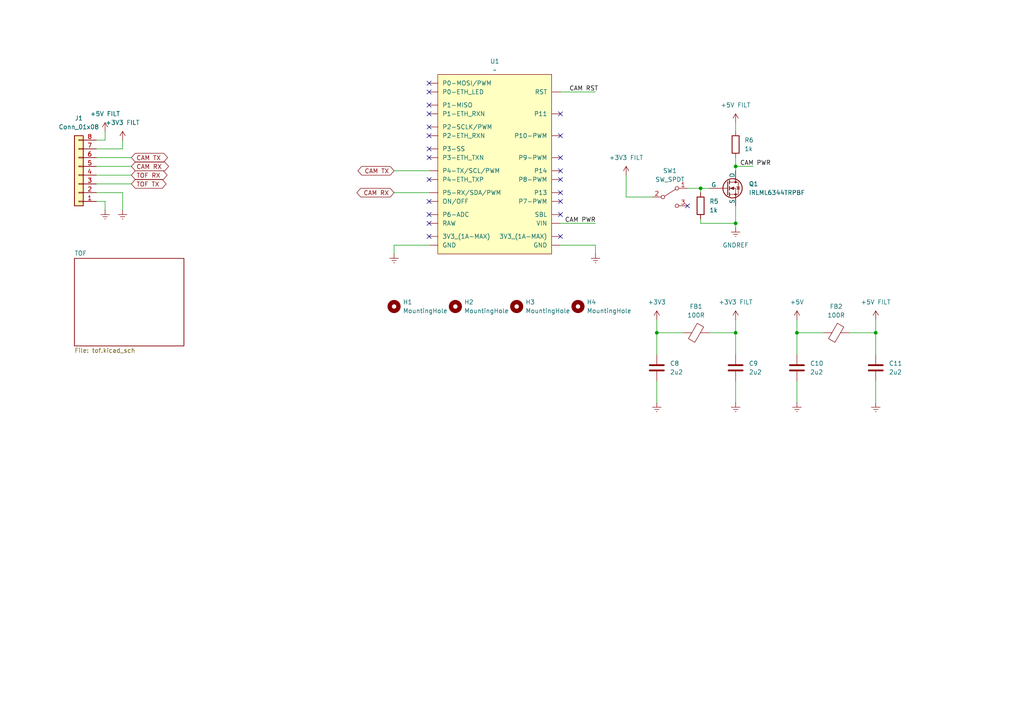
<source format=kicad_sch>
(kicad_sch (version 20231120) (generator "eeschema") (generator_version "8.0")
  (paper "A4")
  (lib_symbols
    (symbol "Connector_Generic:Conn_01x08" (pin_names (offset 1.016) hide)
      (property "Reference" "J" (at 0 10.16 0))
      (property "Value" "Conn_01x08" (at 0 -12.7 0))
      (symbol "Conn_01x08_1_1"
        (rectangle (start -1.27 -10.033) (end 0 -10.287) (stroke (width 0.1524)))
        (rectangle (start -1.27 -7.493) (end 0 -7.747) (stroke (width 0.1524)))
        (rectangle (start -1.27 -4.953) (end 0 -5.207) (stroke (width 0.1524)))
        (rectangle (start -1.27 -2.413) (end 0 -2.667) (stroke (width 0.1524)))
        (rectangle (start -1.27 0.127) (end 0 -0.127) (stroke (width 0.1524)))
        (rectangle (start -1.27 2.667) (end 0 2.413) (stroke (width 0.1524)))
        (rectangle (start -1.27 5.207) (end 0 4.953) (stroke (width 0.1524)))
        (rectangle (start -1.27 7.747) (end 0 7.493) (stroke (width 0.1524)))
        (rectangle (start -1.27 8.89) (end 1.27 -11.43) (stroke (width 0.254)) (fill (type background)))
        (pin passive line (at -5.08 7.62 0) (length 3.81) (name "Pin_1") (number "1"))
        (pin passive line (at -5.08 5.08 0) (length 3.81) (name "Pin_2") (number "2"))
        (pin passive line (at -5.08 2.54 0) (length 3.81) (name "Pin_3") (number "3"))
        (pin passive line (at -5.08 0 0) (length 3.81) (name "Pin_4") (number "4"))
        (pin passive line (at -5.08 -2.54 0) (length 3.81) (name "Pin_5") (number "5"))
        (pin passive line (at -5.08 -5.08 0) (length 3.81) (name "Pin_6") (number "6"))
        (pin passive line (at -5.08 -7.62 0) (length 3.81) (name "Pin_7") (number "7"))
        (pin passive line (at -5.08 -10.16 0) (length 3.81) (name "Pin_8") (number "8"))
      )
    )
    (symbol "Device:C" (pin_numbers hide) (pin_names (offset 0.254))
      (property "Reference" "C" (at 0.635 2.54 0))
      (property "Value" "C" (at 0.635 -2.54 0))
      (symbol "C_0_1"
        (polyline (pts (xy -2.032 -0.762) (xy 2.032 -0.762)) (stroke (width 0.508)))
        (polyline (pts (xy -2.032 0.762) (xy 2.032 0.762)) (stroke (width 0.508)))
      )
      (symbol "C_1_1"
        (pin passive line (at 0 3.81 270) (length 2.794) (name "~") (number "1"))
        (pin passive line (at 0 -3.81 90) (length 2.794) (name "~") (number "2"))
      )
    )
    (symbol "Device:FerriteBead" (pin_numbers hide) (pin_names (offset 0))
      (property "Reference" "FB" (at -3.81 0.635 90))
      (property "Value" "FerriteBead" (at 3.81 0 90))
      (symbol "FerriteBead_0_1"
        (polyline (pts (xy 0 -1.27) (xy 0 -1.2192)))
        (polyline (pts (xy 0 1.27) (xy 0 1.2954)))
        (polyline (pts (xy -2.7686 0.4064) (xy -1.7018 2.2606) (xy 2.7686 -0.3048) (xy 1.6764 -2.159) (xy -2.7686 0.4064)))
      )
      (symbol "FerriteBead_1_1"
        (pin passive line (at 0 3.81 270) (length 2.54) (name "~") (number "1"))
        (pin passive line (at 0 -3.81 90) (length 2.54) (name "~") (number "2"))
      )
    )
    (symbol "Device:R" (pin_numbers hide) (pin_names (offset 0))
      (property "Reference" "R" (at 2.032 0 90))
      (property "Value" "R" (at 0 0 90))
      (symbol "R_0_1"
        (rectangle (start -1.016 -2.54) (end 1.016 2.54) (stroke (width 0.254)))
      )
      (symbol "R_1_1"
        (pin passive line (at 0 3.81 270) (length 1.27) (name "~") (number "1"))
        (pin passive line (at 0 -3.81 90) (length 1.27) (name "~") (number "2"))
      )
    )
    (symbol "Library:IRLML6344TRPBF" (pin_numbers hide) (pin_names (offset 0))
      (property "Reference" "Q" (at 11.43 -2.54 0))
      (property "Value" "IRLML6344TRPBF" (at 11.43 -5.08 0))
      (symbol "IRLML6344TRPBF_0_1"
        (polyline (pts (xy 5.334 -5.08) (xy 2.54 -5.08)))
        (polyline (pts (xy 5.334 -3.175) (xy 5.334 -6.985)) (stroke (width 0.254)))
        (polyline (pts (xy 5.842 -6.35) (xy 5.842 -7.366)) (stroke (width 0.254)))
        (polyline (pts (xy 5.842 -4.572) (xy 5.842 -5.588)) (stroke (width 0.254)))
        (polyline (pts (xy 5.842 -2.794) (xy 5.842 -3.81)) (stroke (width 0.254)))
        (polyline (pts (xy 7.62 -2.54) (xy 7.62 -3.302)))
        (polyline (pts (xy 7.62 -7.62) (xy 7.62 -5.08) (xy 5.842 -5.08)))
        (polyline (pts (xy 5.842 -6.858) (xy 8.382 -6.858) (xy 8.382 -3.302) (xy 5.842 -3.302)))
        (polyline (pts (xy 6.096 -5.08) (xy 7.112 -4.699) (xy 7.112 -5.461) (xy 6.096 -5.08)) (fill (type outline)))
        (polyline (pts (xy 7.874 -4.572) (xy 8.001 -4.699) (xy 8.763 -4.699) (xy 8.89 -4.826)))
        (polyline (pts (xy 8.382 -4.699) (xy 8.001 -5.334) (xy 8.763 -5.334) (xy 8.382 -4.699)))
        (circle (center 6.731 -5.08) (radius 2.794) (stroke (width 0.254)))
        (circle (center 7.62 -6.858) (radius 0.254) (fill (type outline)))
        (circle (center 7.62 -3.302) (radius 0.254) (fill (type outline)))
      )
      (symbol "IRLML6344TRPBF_1_1"
        (pin input line (at 0 -5.08 0) (length 2.54) (name "G") (number "1"))
        (pin passive line (at 7.62 -10.16 90) (length 2.54) (name "S") (number "2"))
        (pin passive line (at 7.62 0 270) (length 2.54) (name "D") (number "3"))
      )
    )
    (symbol "Library:OpenMV_RT" (pin_numbers hide) (pin_names (offset 1.27)) (in_bom no)
      (property "Reference" "U" (at -15.24 1.27 0))
      (symbol "OpenMV_RT_0_0"
        (rectangle (start -16.51 0) (end 16.51 -52.07) (stroke (width 0.1524)) (fill (type background)))
      )
      (symbol "OpenMV_RT_1_1"
        (pin input line (at -19.05 -2.54 0) (length 2.54) (name "P0-MOSI/PWM") (number "0"))
        (pin input line (at -19.05 -5.08 0) (length 2.54) (name "P0-ETH_LED") (number "1"))
        (pin input line (at -19.05 -34.29 0) (length 2.54) (name "P5-RX/SDA/PWM") (number "10"))
        (pin input line (at -19.05 -36.83 0) (length 2.54) (name "ON/OFF") (number "11"))
        (pin input line (at -19.05 -40.64 0) (length 2.54) (name "P6-ADC") (number "12"))
        (pin input line (at -19.05 -43.18 0) (length 2.54) (name "RAW") (number "13"))
        (pin power_out line (at -19.05 -46.99 0) (length 2.54) (name "3V3_(1A-MAX)") (number "14"))
        (pin power_in line (at -19.05 -49.53 0) (length 2.54) (name "GND") (number "15"))
        (pin input line (at 19.05 -2.54 180) (length 2.54) hide (name "NC") (number "16"))
        (pin input line (at 19.05 -5.08 180) (length 2.54) (name "RST") (number "17"))
        (pin input line (at 19.05 -8.89 180) (length 2.54) hide (name "NC") (number "18"))
        (pin input line (at 19.05 -11.43 180) (length 2.54) (name "P11") (number "19"))
        (pin input line (at -19.05 -8.89 0) (length 2.54) (name "P1-MISO") (number "2"))
        (pin input line (at 19.05 -15.24 180) (length 2.54) hide (name "NC") (number "20"))
        (pin input line (at 19.05 -17.78 180) (length 2.54) (name "P10-PWM") (number "21"))
        (pin input line (at 19.05 -21.59 180) (length 2.54) hide (name "NC") (number "22"))
        (pin input line (at 19.05 -24.13 180) (length 2.54) (name "P9-PWM") (number "23"))
        (pin input line (at 19.05 -27.94 180) (length 2.54) (name "P14") (number "24"))
        (pin input line (at 19.05 -30.48 180) (length 2.54) (name "P8-PWM") (number "25"))
        (pin input line (at 19.05 -34.29 180) (length 2.54) (name "P13") (number "26"))
        (pin input line (at 19.05 -36.83 180) (length 2.54) (name "P7-PWM") (number "27"))
        (pin input line (at 19.05 -40.64 180) (length 2.54) (name "SBL") (number "28"))
        (pin power_in line (at 19.05 -43.18 180) (length 2.54) (name "VIN") (number "29"))
        (pin input line (at -19.05 -11.43 0) (length 2.54) (name "P1-ETH_RXN") (number "3"))
        (pin power_out line (at 19.05 -46.99 180) (length 2.54) (name "3V3_(1A-MAX)") (number "30"))
        (pin power_in line (at 19.05 -49.53 180) (length 2.54) (name "GND") (number "31"))
        (pin input line (at -19.05 -15.24 0) (length 2.54) (name "P2-SCLK/PWM") (number "4"))
        (pin input line (at -19.05 -17.78 0) (length 2.54) (name "P2-ETH_RXN") (number "5"))
        (pin input line (at -19.05 -21.59 0) (length 2.54) (name "P3-SS") (number "6"))
        (pin input line (at -19.05 -24.13 0) (length 2.54) (name "P3-ETH_TXN") (number "7"))
        (pin input line (at -19.05 -27.94 0) (length 2.54) (name "P4-TX/SCL/PWM") (number "8"))
        (pin input line (at -19.05 -30.48 0) (length 2.54) (name "P4-ETH_TXP") (number "9"))
      )
    )
    (symbol "Mechanical:MountingHole" (pin_names (offset 1.016))
      (property "Reference" "H" (at 0 5.08 0))
      (property "Value" "MountingHole" (at 0 3.175 0))
      (symbol "MountingHole_0_1"
        (circle (center 0 0) (radius 1.27) (stroke (width 1.27)))
      )
    )
    (symbol "Switch:SW_SPDT" (pin_names (offset 0) hide)
      (property "Reference" "SW" (at 0 4.318 0))
      (property "Value" "SW_SPDT" (at 0 -5.08 0))
      (symbol "SW_SPDT_0_0"
        (circle (center -2.032 0) (radius 0.508))
        (circle (center 2.032 -2.54) (radius 0.508))
      )
      (symbol "SW_SPDT_0_1"
        (polyline (pts (xy -1.524 0.254) (xy 1.651 2.286)))
        (circle (center 2.032 2.54) (radius 0.508))
      )
      (symbol "SW_SPDT_1_1"
        (pin passive line (at 5.08 2.54 180) (length 2.54) (name "A") (number "1"))
        (pin passive line (at -5.08 0 0) (length 2.54) (name "B") (number "2"))
        (pin passive line (at 5.08 -2.54 180) (length 2.54) (name "C") (number "3"))
      )
    )
    (symbol "power:+3V3" (power) (pin_numbers hide) (pin_names (offset 0) hide)
      (property "Value" "+3V3" (at 0 3.556 0))
      (symbol "+3V3_0_1"
        (polyline (pts (xy -0.762 1.27) (xy 0 2.54)))
        (polyline (pts (xy 0 0) (xy 0 2.54)))
        (polyline (pts (xy 0 2.54) (xy 0.762 1.27)))
      )
      (symbol "+3V3_1_1"
        (pin power_in line (at 0 0 90) (length 0) (name "~") (number "1"))
      )
    )
    (symbol "power:+5V" (power) (pin_names (offset 0))
      (property "Value" "+5V" (at 0 3.556 0))
      (symbol "+5V_0_1"
        (polyline (pts (xy -0.762 1.27) (xy 0 2.54)))
        (polyline (pts (xy 0 0) (xy 0 2.54)))
        (polyline (pts (xy 0 2.54) (xy 0.762 1.27)))
      )
      (symbol "+5V_1_1"
        (pin power_in line (at 0 0 90) (length 0) hide (name "+5V") (number "1"))
      )
    )
    (symbol "power:GNDREF" (power) (pin_numbers hide) (pin_names (offset 0) hide)
      (property "Value" "GNDREF" (at 0 -3.81 0))
      (symbol "GNDREF_0_1"
        (polyline (pts (xy -0.635 -1.905) (xy 0.635 -1.905)))
        (polyline (pts (xy -0.127 -2.54) (xy 0.127 -2.54)))
        (polyline (pts (xy 0 -1.27) (xy 0 0)))
        (polyline (pts (xy 1.27 -1.27) (xy -1.27 -1.27)))
      )
      (symbol "GNDREF_1_1"
        (pin power_in line (at 0 0 270) (length 0) (name "~") (number "1"))
      )
    )
  )
  (junction (at 231.14 96.52))
  (junction (at 254 96.52))
  (junction (at 213.36 48.26))
  (junction (at 213.36 64.77))
  (junction (at 190.5 96.52))
  (junction (at 203.2 54.61))
  (junction (at 213.36 96.52))
  (no_connect (at 124.46 62.23))
  (no_connect (at 162.56 62.23))
  (no_connect (at 124.46 64.77))
  (no_connect (at 162.56 45.72))
  (no_connect (at 124.46 24.13))
  (no_connect (at 124.46 36.83))
  (no_connect (at 124.46 30.48))
  (no_connect (at 124.46 26.67))
  (no_connect (at 124.46 43.18))
  (no_connect (at 162.56 49.53))
  (no_connect (at 162.56 33.02))
  (no_connect (at 162.56 55.88))
  (no_connect (at 124.46 45.72))
  (no_connect (at 199.39 59.69))
  (no_connect (at 124.46 52.07))
  (no_connect (at 124.46 58.42))
  (no_connect (at 124.46 39.37))
  (no_connect (at 162.56 68.58))
  (no_connect (at 162.56 58.42))
  (no_connect (at 162.56 52.07))
  (no_connect (at 162.56 39.37))
  (no_connect (at 124.46 68.58))
  (no_connect (at 124.46 33.02))
  (wire (pts (xy 162.56 64.77) (xy 172.72 64.77)))
  (wire (pts (xy 30.48 60.96) (xy 30.48 58.42)))
  (wire (pts (xy 181.61 50.8) (xy 181.61 57.15)))
  (wire (pts (xy 254 92.71) (xy 254 96.52)))
  (wire (pts (xy 213.36 59.69) (xy 213.36 64.77)))
  (wire (pts (xy 254 110.49) (xy 254 116.84)))
  (wire (pts (xy 30.48 38.1) (xy 30.48 40.64)))
  (wire (pts (xy 231.14 96.52) (xy 231.14 102.87)))
  (wire (pts (xy 213.36 35.56) (xy 213.36 38.1)))
  (wire (pts (xy 162.56 71.12) (xy 172.72 71.12)))
  (wire (pts (xy 203.2 64.77) (xy 203.2 63.5)))
  (wire (pts (xy 35.56 60.96) (xy 35.56 55.88)))
  (wire (pts (xy 190.5 110.49) (xy 190.5 116.84)))
  (wire (pts (xy 27.94 53.34) (xy 38.1 53.34)))
  (wire (pts (xy 27.94 55.88) (xy 35.56 55.88)))
  (wire (pts (xy 189.23 57.15) (xy 181.61 57.15)))
  (wire (pts (xy 213.36 48.26) (xy 218.44 48.26)))
  (wire (pts (xy 213.36 96.52) (xy 213.36 102.87)))
  (wire (pts (xy 35.56 40.64) (xy 35.56 43.18)))
  (wire (pts (xy 205.74 96.52) (xy 213.36 96.52)))
  (wire (pts (xy 231.14 92.71) (xy 231.14 96.52)))
  (wire (pts (xy 27.94 58.42) (xy 30.48 58.42)))
  (wire (pts (xy 199.39 54.61) (xy 203.2 54.61)))
  (wire (pts (xy 203.2 55.88) (xy 203.2 54.61)))
  (wire (pts (xy 27.94 45.72) (xy 38.1 45.72)))
  (wire (pts (xy 213.36 48.26) (xy 213.36 49.53)))
  (wire (pts (xy 213.36 110.49) (xy 213.36 116.84)))
  (wire (pts (xy 27.94 43.18) (xy 35.56 43.18)))
  (wire (pts (xy 231.14 96.52) (xy 238.76 96.52)))
  (wire (pts (xy 190.5 92.71) (xy 190.5 96.52)))
  (wire (pts (xy 124.46 55.88) (xy 114.3 55.88)))
  (wire (pts (xy 27.94 40.64) (xy 30.48 40.64)))
  (wire (pts (xy 203.2 54.61) (xy 205.74 54.61)))
  (wire (pts (xy 172.72 73.66) (xy 172.72 71.12)))
  (wire (pts (xy 213.36 92.71) (xy 213.36 96.52)))
  (wire (pts (xy 27.94 50.8) (xy 38.1 50.8)))
  (wire (pts (xy 254 96.52) (xy 254 102.87)))
  (wire (pts (xy 213.36 64.77) (xy 213.36 66.04)))
  (wire (pts (xy 114.3 73.66) (xy 114.3 71.12)))
  (wire (pts (xy 231.14 110.49) (xy 231.14 116.84)))
  (wire (pts (xy 213.36 64.77) (xy 203.2 64.77)))
  (wire (pts (xy 27.94 48.26) (xy 38.1 48.26)))
  (wire (pts (xy 213.36 45.72) (xy 213.36 48.26)))
  (wire (pts (xy 246.38 96.52) (xy 254 96.52)))
  (wire (pts (xy 162.56 26.67) (xy 172.72 26.67)))
  (wire (pts (xy 190.5 96.52) (xy 190.5 102.87)))
  (wire (pts (xy 124.46 71.12) (xy 114.3 71.12)))
  (wire (pts (xy 190.5 96.52) (xy 198.12 96.52)))
  (wire (pts (xy 124.46 49.53) (xy 114.3 49.53)))
  (label "CAM PWR" (at 163.83 64.77 0))
  (label "CAM PWR" (at 214.63 48.26 0))
  (label "CAM RST" (at 165.1 26.67 0))
  (global_label "TOF TX" (shape bidirectional) (at 38.1 53.34 0) (property "Intersheetrefs" "${INTERSHEET_REFS}" (effects (hide yes))))
  (global_label "TOF RX" (shape bidirectional) (at 38.1 50.8 0) (property "Intersheetrefs" "${INTERSHEET_REFS}" (effects (hide yes))))
  (global_label "CAM RX" (shape bidirectional) (at 38.1 48.26 0) (property "Intersheetrefs" "${INTERSHEET_REFS}" (effects (hide yes))))
  (global_label "CAM TX" (shape bidirectional) (at 38.1 45.72 0) (property "Intersheetrefs" "${INTERSHEET_REFS}" (effects (hide yes))))
  (global_label "CAM TX" (shape bidirectional) (at 114.3 49.53 180) (property "Intersheetrefs" "${INTERSHEET_REFS}" (effects (hide yes))))
  (global_label "CAM RX" (shape bidirectional) (at 114.3 55.88 180) (property "Intersheetrefs" "${INTERSHEET_REFS}" (effects (hide yes))))
  (symbol (lib_id "power:+3V3") (at 35.56 40.64 0) (unit 1)
    (property "Reference" "#PWR08" (effects (hide yes)))
    (property "Value" "+3V3 FILT" (at 35.56 35.56 0))
    (property "Description" "Power symbol creates a global label with name \"+3V3\"" (effects (hide yes)))
  )
  (symbol (lib_id "power:+5V") (at 231.14 92.71 0) (unit 1)
    (property "Reference" "#PWR029" (effects (hide yes)))
    (property "Value" "+5V" (at 231.14 87.63 0))
    (property "Description" "Power symbol creates a global label with name \"+5V\"" (effects (hide yes)))
  )
  (symbol (lib_id "Device:C") (at 190.5 106.68 0) (mirror y) (unit 1)
    (property "Reference" "C8" (at 194.31 105.4099 0) (effects (justify right)))
    (property "Value" "2u2" (at 194.31 107.9499 0) (effects (justify right)))
    (property "Footprint" "Library:cap0603" (effects (hide yes)))
    (property "Description" "Unpolarized capacitor" (effects (hide yes)))
  )
  (symbol (lib_id "Library:OpenMV_RT") (at 143.51 21.59 0) (unit 1) (in_bom no)
    (property "Reference" "U1" (at 143.51 17.78 0))
    (property "Value" "~" (at 143.51 20.32 0))
    (property "Footprint" "Library:OpenMV_RT" (effects (hide yes)))
  )
  (symbol (lib_id "power:GNDREF") (at 231.14 116.84 0) (unit 1)
    (property "Reference" "#PWR030" (effects (hide yes)))
    (property "Value" "GNDREF" (effects (hide yes)))
    (property "Description" "Power symbol creates a global label with name \"GNDREF\" , reference supply ground" (effects (hide yes)))
  )
  (symbol (lib_id "Mechanical:MountingHole") (at 149.86 88.9 0) (unit 1)
    (property "Reference" "H3" (at 152.4 87.6299 0) (effects (justify left)))
    (property "Value" "MountingHole" (at 152.4 90.1699 0) (effects (justify left)))
    (property "Footprint" "MountingHole:MountingHole_3.2mm_M3_Pad_Via" (effects (hide yes)))
    (property "Description" "Mounting Hole without connection" (effects (hide yes)))
  )
  (symbol (lib_id "Library:IRLML6344TRPBF") (at 205.74 49.53 0) (unit 1)
    (property "Reference" "Q1" (at 217.17 53.3399 0) (effects (justify left)))
    (property "Value" "IRLML6344TRPBF" (at 217.17 55.8799 0) (effects (justify left)))
    (property "Footprint" "Library:SOT95P237X112-3N" (effects (hide yes)))
    (property "Datasheet" "https://www.infineon.com/dgdl/irlml6344pbf.pdf?fileId=5546d462533600a4015356689c44262c" (effects (hide yes)))
    (property "Description" "IRLML6344TRPBF N-channel MOSFET Transistor, 5 A, 30 V, 3-Pin SOT-23" (effects (hide yes)))
    (property "Height" "1.12" (effects (hide yes)))
    (property "Mouser Part Number" "942-IRLML6344TRPBF" (effects (hide yes)))
    (property "Mouser Price/Stock" "https://www.mouser.co.uk/ProductDetail/Infineon-Technologies/IRLML6344TRPBF?qs=9%252BKlkBgLFf2w4qS48UOXVw%3D%3D" (effects (hide yes)))
    (property "Manufacturer_Name" "Infineon" (effects (hide yes)))
    (property "Manufacturer_Part_Number" "IRLML6344TRPBF" (effects (hide yes)))
  )
  (symbol (lib_id "power:+5V") (at 30.48 38.1 0) (unit 1)
    (property "Reference" "#PWR07" (effects (hide yes)))
    (property "Value" "+5V FILT" (at 30.48 33.02 0))
    (property "Description" "Power symbol creates a global label with name \"+5V\"" (effects (hide yes)))
  )
  (symbol (lib_id "power:GNDREF") (at 30.48 60.96 0) (mirror y) (unit 1)
    (property "Reference" "#PWR09" (effects (hide yes)))
    (property "Value" "GNDREF" (effects (hide yes)))
    (property "Description" "Power symbol creates a global label with name \"GNDREF\" , reference supply ground" (effects (hide yes)))
  )
  (symbol (lib_id "Device:C") (at 254 106.68 0) (mirror y) (unit 1)
    (property "Reference" "C11" (at 257.81 105.4099 0) (effects (justify right)))
    (property "Value" "2u2" (at 257.81 107.9499 0) (effects (justify right)))
    (property "Footprint" "Library:cap0603" (effects (hide yes)))
    (property "Description" "Unpolarized capacitor" (effects (hide yes)))
  )
  (symbol (lib_id "power:GNDREF") (at 35.56 60.96 0) (mirror y) (unit 1)
    (property "Reference" "#PWR010" (effects (hide yes)))
    (property "Value" "GNDREF" (effects (hide yes)))
    (property "Description" "Power symbol creates a global label with name \"GNDREF\" , reference supply ground" (effects (hide yes)))
  )
  (symbol (lib_id "power:GNDREF") (at 114.3 73.66 0) (unit 1)
    (property "Reference" "#PWR02" (effects (hide yes)))
    (property "Value" "GNDREF" (effects (hide yes)))
    (property "Description" "Power symbol creates a global label with name \"GNDREF\" , reference supply ground" (effects (hide yes)))
  )
  (symbol (lib_id "Device:C") (at 231.14 106.68 0) (mirror y) (unit 1)
    (property "Reference" "C10" (at 234.95 105.4099 0) (effects (justify right)))
    (property "Value" "2u2" (at 234.95 107.9499 0) (effects (justify right)))
    (property "Footprint" "Library:cap0603" (effects (hide yes)))
    (property "Description" "Unpolarized capacitor" (effects (hide yes)))
  )
  (symbol (lib_id "power:GNDREF") (at 172.72 73.66 0) (mirror y) (unit 1)
    (property "Reference" "#PWR01" (effects (hide yes)))
    (property "Value" "GNDREF" (effects (hide yes)))
    (property "Description" "Power symbol creates a global label with name \"GNDREF\" , reference supply ground" (effects (hide yes)))
  )
  (symbol (lib_id "power:+3V3") (at 190.5 92.71 0) (unit 1)
    (property "Reference" "#PWR023" (effects (hide yes)))
    (property "Value" "+3V3" (at 190.5 87.63 0))
    (property "Description" "Power symbol creates a global label with name \"+3V3\"" (effects (hide yes)))
  )
  (symbol (lib_id "power:+5V") (at 213.36 35.56 0) (unit 1)
    (property "Reference" "#PWR019" (effects (hide yes)))
    (property "Value" "+5V FILT" (at 213.36 30.48 0))
    (property "Description" "Power symbol creates a global label with name \"+5V\"" (effects (hide yes)))
  )
  (symbol (lib_id "Device:FerriteBead") (at 201.93 96.52 90) (unit 1)
    (property "Reference" "FB1" (at 201.8792 88.9 90))
    (property "Value" "100R" (at 201.8792 91.44 90))
    (property "Footprint" "Library:fb0805" (effects (hide yes)))
    (property "Description" "Ferrite bead" (effects (hide yes)))
  )
  (symbol (lib_id "Mechanical:MountingHole") (at 114.3 88.9 0) (unit 1)
    (property "Reference" "H1" (at 116.84 87.6299 0) (effects (justify left)))
    (property "Value" "MountingHole" (at 116.84 90.1699 0) (effects (justify left)))
    (property "Footprint" "MountingHole:MountingHole_3.2mm_M3_Pad_Via" (effects (hide yes)))
    (property "Description" "Mounting Hole without connection" (effects (hide yes)))
  )
  (symbol (lib_id "Mechanical:MountingHole") (at 167.64 88.9 0) (unit 1)
    (property "Reference" "H4" (at 170.18 87.6299 0) (effects (justify left)))
    (property "Value" "MountingHole" (at 170.18 90.1699 0) (effects (justify left)))
    (property "Footprint" "MountingHole:MountingHole_3.2mm_M3_Pad_Via" (effects (hide yes)))
    (property "Description" "Mounting Hole without connection" (effects (hide yes)))
  )
  (symbol (lib_id "power:+3V3") (at 213.36 92.71 0) (unit 1)
    (property "Reference" "#PWR027" (effects (hide yes)))
    (property "Value" "+3V3 FILT" (at 213.36 87.63 0))
    (property "Description" "Power symbol creates a global label with name \"+3V3\"" (effects (hide yes)))
  )
  (symbol (lib_id "power:+5V") (at 254 92.71 0) (unit 1)
    (property "Reference" "#PWR031" (effects (hide yes)))
    (property "Value" "+5V FILT" (at 254 87.63 0))
    (property "Description" "Power symbol creates a global label with name \"+5V\"" (effects (hide yes)))
  )
  (symbol (lib_id "Connector_Generic:Conn_01x08") (at 22.86 50.8 180) (unit 1)
    (property "Reference" "J1" (at 22.86 34.29 0))
    (property "Value" "Conn_01x08" (at 22.86 36.83 0))
    (property "Footprint" "Connector_JST:JST_XH_B8B-XH-A_1x08_P2.50mm_Vertical" (effects (hide yes)))
    (property "Description" "Generic connector, single row, 01x08, script generated (kicad-library-utils/schlib/autogen/connector/)" (effects (hide yes)))
  )
  (symbol (lib_id "power:GNDREF") (at 190.5 116.84 0) (unit 1)
    (property "Reference" "#PWR026" (effects (hide yes)))
    (property "Value" "GNDREF" (effects (hide yes)))
    (property "Description" "Power symbol creates a global label with name \"GNDREF\" , reference supply ground" (effects (hide yes)))
  )
  (symbol (lib_id "Device:FerriteBead") (at 242.57 96.52 90) (unit 1)
    (property "Reference" "FB2" (at 242.5192 88.9 90))
    (property "Value" "100R" (at 242.5192 91.44 90))
    (property "Footprint" "Library:fb0805" (effects (hide yes)))
    (property "Description" "Ferrite bead" (effects (hide yes)))
  )
  (symbol (lib_id "Device:R") (at 203.2 59.69 0) (unit 1)
    (property "Reference" "R5" (at 205.74 58.4199 0) (effects (justify left)))
    (property "Value" "1k" (at 205.74 60.9599 0) (effects (justify left)))
    (property "Footprint" "Library:res0603" (effects (hide yes)))
    (property "Description" "Resistor" (effects (hide yes)))
  )
  (symbol (lib_id "power:GNDREF") (at 254 116.84 0) (unit 1)
    (property "Reference" "#PWR032" (effects (hide yes)))
    (property "Value" "GNDREF" (effects (hide yes)))
    (property "Description" "Power symbol creates a global label with name \"GNDREF\" , reference supply ground" (effects (hide yes)))
  )
  (symbol (lib_id "Device:R") (at 213.36 41.91 0) (unit 1)
    (property "Reference" "R6" (at 215.9 40.6399 0) (effects (justify left)))
    (property "Value" "1k" (at 215.9 43.1799 0) (effects (justify left)))
    (property "Footprint" "Library:res0603" (effects (hide yes)))
    (property "Description" "Resistor" (effects (hide yes)))
  )
  (symbol (lib_id "Device:C") (at 213.36 106.68 0) (mirror y) (unit 1)
    (property "Reference" "C9" (at 217.17 105.4099 0) (effects (justify right)))
    (property "Value" "2u2" (at 217.17 107.9499 0) (effects (justify right)))
    (property "Footprint" "Library:cap0603" (effects (hide yes)))
    (property "Description" "Unpolarized capacitor" (effects (hide yes)))
  )
  (symbol (lib_id "Switch:SW_SPDT") (at 194.31 57.15 0) (unit 1)
    (property "Reference" "SW1" (at 194.31 49.53 0))
    (property "Value" "SW_SPDT" (at 194.31 52.07 0))
    (property "Footprint" "Library:SS12D00G3" (effects (hide yes)))
  )
  (symbol (lib_id "Mechanical:MountingHole") (at 132.08 88.9 0) (unit 1)
    (property "Reference" "H2" (at 134.62 87.6299 0) (effects (justify left)))
    (property "Value" "MountingHole" (at 134.62 90.1699 0) (effects (justify left)))
    (property "Footprint" "MountingHole:MountingHole_3.2mm_M3_Pad_Via" (effects (hide yes)))
    (property "Description" "Mounting Hole without connection" (effects (hide yes)))
  )
  (symbol (lib_id "power:GNDREF") (at 213.36 66.04 0) (unit 1)
    (property "Reference" "#PWR021" (effects (hide yes)))
    (property "Value" "GNDREF" (at 213.36 71.12 0))
    (property "Description" "Power symbol creates a global label with name \"GNDREF\" , reference supply ground" (effects (hide yes)))
  )
  (symbol (lib_id "power:+3V3") (at 181.61 50.8 0) (unit 1)
    (property "Reference" "#PWR03" (effects (hide yes)))
    (property "Value" "+3V3 FILT" (at 181.61 45.72 0))
    (property "Description" "Power symbol creates a global label with name \"+3V3\"" (effects (hide yes)))
  )
  (symbol (lib_id "power:GNDREF") (at 213.36 116.84 0) (unit 1)
    (property "Reference" "#PWR028" (effects (hide yes)))
    (property "Value" "GNDREF" (effects (hide yes)))
    (property "Description" "Power symbol creates a global label with name \"GNDREF\" , reference supply ground" (effects (hide yes)))
  )
  (sheet (at 21.59 74.93) (size 31.75 25.4) (stroke (width 0.1524))
    (property "Sheetname" "TOF" (at 21.59 74.2184 0) (effects (justify left bottom)))
    (property "Sheetfile" "tof.kicad_sch" (at 21.59 100.9146 0) (effects (justify left top)))
  )
)
</source>
